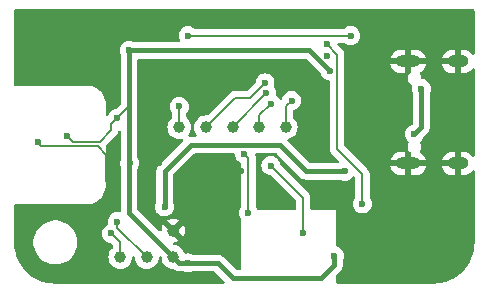
<source format=gbr>
%TF.GenerationSoftware,KiCad,Pcbnew,8.0.7*%
%TF.CreationDate,2025-10-25T23:35:46+02:00*%
%TF.ProjectId,VOCaware,564f4361-7761-4726-952e-6b696361645f,v1.0*%
%TF.SameCoordinates,Original*%
%TF.FileFunction,Copper,L2,Bot*%
%TF.FilePolarity,Positive*%
%FSLAX46Y46*%
G04 Gerber Fmt 4.6, Leading zero omitted, Abs format (unit mm)*
G04 Created by KiCad (PCBNEW 8.0.7) date 2025-10-25 23:35:46*
%MOMM*%
%LPD*%
G01*
G04 APERTURE LIST*
%TA.AperFunction,ComponentPad*%
%ADD10O,2.100000X1.000000*%
%TD*%
%TA.AperFunction,ComponentPad*%
%ADD11O,1.800000X1.000000*%
%TD*%
%TA.AperFunction,SMDPad,CuDef*%
%ADD12C,1.000000*%
%TD*%
%TA.AperFunction,ViaPad*%
%ADD13C,0.600000*%
%TD*%
%TA.AperFunction,Conductor*%
%ADD14C,0.150000*%
%TD*%
%TA.AperFunction,Conductor*%
%ADD15C,0.400000*%
%TD*%
%TA.AperFunction,Conductor*%
%ADD16C,0.200000*%
%TD*%
G04 APERTURE END LIST*
D10*
%TO.P,J1,S1,SHIELD*%
%TO.N,GND*%
X125125000Y-65550000D03*
D11*
X129305000Y-65550000D03*
D10*
X125125000Y-56910000D03*
D11*
X129305000Y-56910000D03*
%TD*%
D12*
%TO.P,IO10,1,Pin_1*%
%TO.N,IO10*%
X100730000Y-73480000D03*
%TD*%
%TO.P,RXD0,1,Pin_1*%
%TO.N,RXD0*%
X112480000Y-62480000D03*
%TD*%
%TO.P,IO45,1,Pin_1*%
%TO.N,I045_S*%
X110230000Y-62480000D03*
%TD*%
%TO.P,TXD0,1,Pin_1*%
%TO.N,TXD0*%
X114730000Y-62480000D03*
%TD*%
%TO.P,GND,1,Pin_1*%
%TO.N,GND*%
X105230000Y-71230000D03*
%TD*%
%TO.P,IO3,1,Pin_1*%
%TO.N,IO3_S*%
X105730000Y-62480000D03*
%TD*%
%TO.P,IO46,1,Pin_1*%
%TO.N,I046_S*%
X107980000Y-62480000D03*
%TD*%
%TO.P,IO11,1,Pin_1*%
%TO.N,IO11*%
X102980000Y-73480000D03*
%TD*%
%TO.P,+3V3,1,Pin_1*%
%TO.N,+3V3*%
X105230000Y-73480000D03*
%TD*%
D13*
%TO.N,GND*%
X111500000Y-57000000D03*
X105750000Y-58250000D03*
X98500000Y-57250000D03*
X108250000Y-57000000D03*
X129750000Y-67250000D03*
X99780000Y-67227018D03*
X109730000Y-66230000D03*
X98750000Y-74500000D03*
X110980000Y-66230000D03*
X105980000Y-70480000D03*
X121730000Y-64480000D03*
X103980000Y-62980000D03*
X123319240Y-60015696D03*
X103980000Y-65480000D03*
X119750000Y-72250000D03*
X108500000Y-75250000D03*
X92750000Y-58000000D03*
X129250000Y-61250000D03*
X110000000Y-57000000D03*
X108730000Y-69730000D03*
X93750000Y-63750000D03*
X129000000Y-54500000D03*
X118230000Y-56480000D03*
X92750000Y-53250000D03*
X100230000Y-53230000D03*
X106750000Y-60250000D03*
X98250000Y-70000000D03*
X121230000Y-74230000D03*
X102980000Y-68730000D03*
X115730000Y-56980000D03*
X123000000Y-67750000D03*
X119250000Y-67250000D03*
X100230000Y-60230000D03*
%TO.N,+3V3*%
X101480000Y-55980000D03*
X96250000Y-63250000D03*
X118855000Y-73355000D03*
X106480000Y-73980000D03*
X118480000Y-57730000D03*
X100480000Y-61730000D03*
X101529265Y-65529265D03*
%TO.N,EN*%
X118230000Y-55480000D03*
X121230000Y-68980000D03*
%TO.N,IO0*%
X106480000Y-54730000D03*
X120230000Y-54730000D03*
%TO.N,+5V*%
X119730000Y-66230000D03*
X104480000Y-69230000D03*
%TO.N,RXD0*%
X113480000Y-60480000D03*
%TO.N,IO9_SCL0*%
X116230000Y-71480000D03*
X113480000Y-65730000D03*
%TO.N,IO3_S*%
X105730000Y-60730000D03*
%TO.N,I046_S*%
X112980000Y-58730000D03*
%TO.N,IO11*%
X100480000Y-70480000D03*
%TO.N,IO10*%
X99980000Y-71480000D03*
%TO.N,I045_S*%
X113105000Y-59605000D03*
%TO.N,TXD0*%
X115230000Y-60230000D03*
%TO.N,IO8_SDA0*%
X111230000Y-64730000D03*
X111580000Y-69730000D03*
%TO.N,Net-(F1-Pad2)*%
X125625000Y-63080000D03*
X126230000Y-59230000D03*
%TD*%
D14*
%TO.N,GND*%
X99555000Y-67002018D02*
X99780000Y-67227018D01*
X98805000Y-64055000D02*
X99555000Y-64805000D01*
X93750000Y-63750000D02*
X94055000Y-64055000D01*
X99555000Y-64805000D02*
X99555000Y-67002018D01*
X94055000Y-64055000D02*
X98805000Y-64055000D01*
D15*
%TO.N,+3V3*%
X101480000Y-60730000D02*
X101480000Y-65480000D01*
D14*
X96250000Y-63250000D02*
X96705000Y-63705000D01*
D15*
X118855000Y-74145000D02*
X117750000Y-75250000D01*
X101529265Y-65529265D02*
X101480000Y-65578530D01*
D16*
X100480000Y-61730000D02*
X101480000Y-60730000D01*
D14*
X96705000Y-63705000D02*
X99005000Y-63705000D01*
D15*
X101480000Y-69730000D02*
X105730000Y-73980000D01*
X101480000Y-60730000D02*
X101480000Y-55980000D01*
X117750000Y-75250000D02*
X110250000Y-75250000D01*
X118480000Y-57730000D02*
X116730000Y-55980000D01*
X101480000Y-65578530D02*
X101480000Y-69730000D01*
X116730000Y-55980000D02*
X101480000Y-55980000D01*
X118855000Y-73355000D02*
X118855000Y-74145000D01*
D14*
X99980000Y-62730000D02*
X99980000Y-62230000D01*
X99005000Y-63705000D02*
X99980000Y-62730000D01*
D15*
X110250000Y-75250000D02*
X108980000Y-73980000D01*
X105730000Y-73980000D02*
X106480000Y-73980000D01*
D14*
X99980000Y-62230000D02*
X100480000Y-61730000D01*
D15*
X108980000Y-73980000D02*
X106480000Y-73980000D01*
X101480000Y-65480000D02*
X101529265Y-65529265D01*
D16*
%TO.N,EN*%
X121230000Y-66480000D02*
X119080000Y-64330000D01*
X121230000Y-68980000D02*
X121230000Y-66480000D01*
X119080000Y-64330000D02*
X119080000Y-56330000D01*
X119080000Y-56330000D02*
X118230000Y-55480000D01*
%TO.N,IO0*%
X106480000Y-54730000D02*
X120230000Y-54730000D01*
D15*
%TO.N,+5V*%
X114230000Y-63980000D02*
X106730000Y-63980000D01*
X116480000Y-66230000D02*
X114230000Y-63980000D01*
X104480000Y-66230000D02*
X104480000Y-69230000D01*
X106730000Y-63980000D02*
X104480000Y-66230000D01*
X119730000Y-66230000D02*
X116480000Y-66230000D01*
D16*
%TO.N,RXD0*%
X112480000Y-61480000D02*
X113480000Y-60480000D01*
X112480000Y-62480000D02*
X112480000Y-61480000D01*
%TO.N,IO9_SCL0*%
X116230000Y-68480000D02*
X116230000Y-71480000D01*
X113480000Y-65730000D02*
X116230000Y-68480000D01*
%TO.N,IO3_S*%
X105730000Y-60730000D02*
X105730000Y-62480000D01*
%TO.N,I046_S*%
X111730000Y-59980000D02*
X110480000Y-59980000D01*
X112980000Y-58730000D02*
X111730000Y-59980000D01*
X110480000Y-59980000D02*
X107980000Y-62480000D01*
%TO.N,IO11*%
X100480000Y-70480000D02*
X100480000Y-70980000D01*
X100480000Y-70980000D02*
X102980000Y-73480000D01*
%TO.N,IO10*%
X99980000Y-71480000D02*
X100730000Y-72230000D01*
X100730000Y-72230000D02*
X100730000Y-73480000D01*
%TO.N,I045_S*%
X113105000Y-59605000D02*
X110230000Y-62480000D01*
%TO.N,TXD0*%
X114730000Y-60730000D02*
X114730000Y-62480000D01*
X115230000Y-60230000D02*
X114730000Y-60730000D01*
%TO.N,IO8_SDA0*%
X111580000Y-65080000D02*
X111230000Y-64730000D01*
X111580000Y-69730000D02*
X111580000Y-65080000D01*
D15*
%TO.N,Net-(F1-Pad2)*%
X126230000Y-59230000D02*
X126230000Y-62475000D01*
X126230000Y-62475000D02*
X125625000Y-63080000D01*
%TD*%
%TA.AperFunction,Conductor*%
%TO.N,GND*%
G36*
X100704312Y-62797670D02*
G01*
X100758190Y-62842155D01*
X100779465Y-62908707D01*
X100779500Y-62911659D01*
X100779500Y-65227192D01*
X100772542Y-65268146D01*
X100743897Y-65350007D01*
X100743895Y-65350015D01*
X100723700Y-65529261D01*
X100723700Y-65529268D01*
X100743895Y-65708511D01*
X100743897Y-65708521D01*
X100772541Y-65790379D01*
X100779500Y-65831334D01*
X100779500Y-69569424D01*
X100759815Y-69636463D01*
X100707011Y-69682218D01*
X100641617Y-69692644D01*
X100480004Y-69674435D01*
X100479996Y-69674435D01*
X100300750Y-69694630D01*
X100300745Y-69694631D01*
X100130476Y-69754211D01*
X99977737Y-69850184D01*
X99850184Y-69977737D01*
X99754211Y-70130476D01*
X99694631Y-70300745D01*
X99694630Y-70300750D01*
X99674435Y-70479996D01*
X99674435Y-70480004D01*
X99691657Y-70632863D01*
X99679602Y-70701685D01*
X99634410Y-70751739D01*
X99477739Y-70850182D01*
X99350184Y-70977737D01*
X99254211Y-71130476D01*
X99194631Y-71300745D01*
X99194630Y-71300750D01*
X99174435Y-71479996D01*
X99174435Y-71480003D01*
X99194630Y-71659249D01*
X99194631Y-71659254D01*
X99254211Y-71829523D01*
X99350184Y-71982262D01*
X99477738Y-72109816D01*
X99630478Y-72205789D01*
X99800745Y-72265368D01*
X99887669Y-72275161D01*
X99952080Y-72302226D01*
X99961465Y-72310700D01*
X100093181Y-72442416D01*
X100126666Y-72503739D01*
X100129500Y-72530097D01*
X100129500Y-72619880D01*
X100109815Y-72686919D01*
X100084169Y-72715729D01*
X100019117Y-72769117D01*
X100019114Y-72769119D01*
X100019112Y-72769122D01*
X99894090Y-72921460D01*
X99894086Y-72921467D01*
X99801188Y-73095266D01*
X99743975Y-73283870D01*
X99724659Y-73480000D01*
X99743975Y-73676129D01*
X99801188Y-73864733D01*
X99894086Y-74038532D01*
X99894090Y-74038539D01*
X100019116Y-74190883D01*
X100171460Y-74315909D01*
X100171467Y-74315913D01*
X100345266Y-74408811D01*
X100345269Y-74408811D01*
X100345273Y-74408814D01*
X100533868Y-74466024D01*
X100730000Y-74485341D01*
X100926132Y-74466024D01*
X101114727Y-74408814D01*
X101288538Y-74315910D01*
X101440883Y-74190883D01*
X101565910Y-74038538D01*
X101643583Y-73893222D01*
X101658811Y-73864733D01*
X101658811Y-73864732D01*
X101658814Y-73864727D01*
X101716024Y-73676132D01*
X101731597Y-73518012D01*
X101757758Y-73453226D01*
X101814792Y-73412867D01*
X101884592Y-73409750D01*
X101944997Y-73444864D01*
X101976828Y-73507062D01*
X101978403Y-73518013D01*
X101993975Y-73676129D01*
X102051188Y-73864733D01*
X102144086Y-74038532D01*
X102144090Y-74038539D01*
X102269116Y-74190883D01*
X102421460Y-74315909D01*
X102421467Y-74315913D01*
X102595266Y-74408811D01*
X102595269Y-74408811D01*
X102595273Y-74408814D01*
X102783868Y-74466024D01*
X102980000Y-74485341D01*
X103176132Y-74466024D01*
X103364727Y-74408814D01*
X103538538Y-74315910D01*
X103690883Y-74190883D01*
X103815910Y-74038538D01*
X103893583Y-73893222D01*
X103908811Y-73864733D01*
X103908811Y-73864732D01*
X103908814Y-73864727D01*
X103966024Y-73676132D01*
X103981597Y-73518012D01*
X104007756Y-73453227D01*
X104064790Y-73412868D01*
X104134591Y-73409751D01*
X104194996Y-73444865D01*
X104226827Y-73507062D01*
X104228402Y-73518013D01*
X104243975Y-73676129D01*
X104301188Y-73864733D01*
X104394086Y-74038532D01*
X104394090Y-74038539D01*
X104519116Y-74190883D01*
X104671460Y-74315909D01*
X104671467Y-74315913D01*
X104845266Y-74408811D01*
X104845269Y-74408811D01*
X104845273Y-74408814D01*
X105033868Y-74466024D01*
X105202134Y-74482596D01*
X105266920Y-74508757D01*
X105277660Y-74518318D01*
X105283454Y-74524112D01*
X105398192Y-74600777D01*
X105518045Y-74650421D01*
X105525672Y-74653580D01*
X105525676Y-74653580D01*
X105525677Y-74653581D01*
X105661003Y-74680500D01*
X105661006Y-74680500D01*
X105661007Y-74680500D01*
X106054506Y-74680500D01*
X106120477Y-74699506D01*
X106130474Y-74705787D01*
X106130475Y-74705787D01*
X106130478Y-74705789D01*
X106300745Y-74765368D01*
X106300750Y-74765369D01*
X106479996Y-74785565D01*
X106480000Y-74785565D01*
X106480004Y-74785565D01*
X106659249Y-74765369D01*
X106659252Y-74765368D01*
X106659255Y-74765368D01*
X106829522Y-74705789D01*
X106831542Y-74704520D01*
X106839523Y-74699506D01*
X106905494Y-74680500D01*
X108638481Y-74680500D01*
X108705520Y-74700185D01*
X108726162Y-74716819D01*
X109527162Y-75517819D01*
X109560647Y-75579142D01*
X109555663Y-75648834D01*
X109513791Y-75704767D01*
X109448327Y-75729184D01*
X109439481Y-75729500D01*
X95233051Y-75729500D01*
X95226968Y-75729351D01*
X95206900Y-75728365D01*
X94893071Y-75712947D01*
X94880962Y-75711754D01*
X94553305Y-75663151D01*
X94541369Y-75660777D01*
X94220055Y-75580292D01*
X94208411Y-75576759D01*
X93896540Y-75465170D01*
X93885301Y-75460515D01*
X93585844Y-75318883D01*
X93575121Y-75313150D01*
X93291011Y-75142862D01*
X93280893Y-75136102D01*
X93014829Y-74938775D01*
X93005423Y-74931055D01*
X92844899Y-74785565D01*
X92759986Y-74708604D01*
X92751395Y-74700013D01*
X92528944Y-74454576D01*
X92521224Y-74445170D01*
X92506636Y-74425500D01*
X92323895Y-74179103D01*
X92317137Y-74168988D01*
X92146844Y-73884871D01*
X92141120Y-73874163D01*
X91999479Y-73574688D01*
X91994829Y-73563459D01*
X91984379Y-73534254D01*
X91914119Y-73337890D01*
X91883240Y-73251588D01*
X91879707Y-73239944D01*
X91870958Y-73205015D01*
X91799219Y-72918617D01*
X91796848Y-72906694D01*
X91788844Y-72852738D01*
X91757894Y-72644086D01*
X91748245Y-72579037D01*
X91747052Y-72566927D01*
X91742719Y-72478735D01*
X91730649Y-72233032D01*
X91730500Y-72226948D01*
X91730500Y-72108711D01*
X93379500Y-72108711D01*
X93379500Y-72351288D01*
X93411161Y-72591785D01*
X93473947Y-72826104D01*
X93566773Y-73050205D01*
X93566776Y-73050212D01*
X93688064Y-73260289D01*
X93688066Y-73260292D01*
X93688067Y-73260293D01*
X93835733Y-73452736D01*
X93835739Y-73452743D01*
X94007256Y-73624260D01*
X94007263Y-73624266D01*
X94111855Y-73704522D01*
X94199711Y-73771936D01*
X94409788Y-73893224D01*
X94633900Y-73986054D01*
X94868211Y-74048838D01*
X95048586Y-74072584D01*
X95108711Y-74080500D01*
X95108712Y-74080500D01*
X95351289Y-74080500D01*
X95399388Y-74074167D01*
X95591789Y-74048838D01*
X95826100Y-73986054D01*
X96050212Y-73893224D01*
X96260289Y-73771936D01*
X96452738Y-73624265D01*
X96624265Y-73452738D01*
X96771936Y-73260289D01*
X96893224Y-73050212D01*
X96986054Y-72826100D01*
X97048838Y-72591789D01*
X97080500Y-72351288D01*
X97080500Y-72108712D01*
X97048838Y-71868211D01*
X96986054Y-71633900D01*
X96893224Y-71409788D01*
X96771936Y-71199711D01*
X96711018Y-71120321D01*
X96624266Y-71007263D01*
X96624260Y-71007256D01*
X96452743Y-70835739D01*
X96452736Y-70835733D01*
X96260293Y-70688067D01*
X96260292Y-70688066D01*
X96260289Y-70688064D01*
X96050212Y-70566776D01*
X96050205Y-70566773D01*
X95826104Y-70473947D01*
X95591785Y-70411161D01*
X95351289Y-70379500D01*
X95351288Y-70379500D01*
X95108712Y-70379500D01*
X95108711Y-70379500D01*
X94868214Y-70411161D01*
X94633895Y-70473947D01*
X94409794Y-70566773D01*
X94409785Y-70566777D01*
X94199706Y-70688067D01*
X94007263Y-70835733D01*
X94007256Y-70835739D01*
X93835739Y-71007256D01*
X93835733Y-71007263D01*
X93688067Y-71199706D01*
X93688064Y-71199710D01*
X93688064Y-71199711D01*
X93671817Y-71227851D01*
X93566777Y-71409785D01*
X93566773Y-71409794D01*
X93473947Y-71633895D01*
X93411161Y-71868214D01*
X93379500Y-72108711D01*
X91730500Y-72108711D01*
X91730500Y-69104000D01*
X91750185Y-69036961D01*
X91802989Y-68991206D01*
X91854500Y-68980000D01*
X94126163Y-68980000D01*
X94136979Y-68980500D01*
X94137290Y-68980500D01*
X98087315Y-68980500D01*
X98087318Y-68980500D01*
X98087320Y-68980499D01*
X98089887Y-68980316D01*
X98098735Y-68980000D01*
X98234827Y-68980000D01*
X98285512Y-68952323D01*
X98294228Y-68950751D01*
X98298140Y-68950188D01*
X98299769Y-68949954D01*
X98505710Y-68889484D01*
X98505713Y-68889482D01*
X98505715Y-68889482D01*
X98700938Y-68800327D01*
X98700944Y-68800323D01*
X98700950Y-68800321D01*
X98881513Y-68684281D01*
X99043724Y-68543724D01*
X99184281Y-68381513D01*
X99300321Y-68200950D01*
X99300323Y-68200944D01*
X99300327Y-68200938D01*
X99389482Y-68005715D01*
X99389482Y-68005713D01*
X99389484Y-68005710D01*
X99449954Y-67799769D01*
X99480500Y-67587318D01*
X99480500Y-67480000D01*
X99480500Y-67414108D01*
X99480500Y-65414108D01*
X99480500Y-65387290D01*
X99480500Y-65386975D01*
X99480000Y-65376162D01*
X99480000Y-64095240D01*
X99499685Y-64028201D01*
X99516315Y-64007563D01*
X100323155Y-63200722D01*
X100323160Y-63200719D01*
X100333363Y-63190515D01*
X100333365Y-63190515D01*
X100440515Y-63083365D01*
X100516281Y-62952135D01*
X100535726Y-62879564D01*
X100572090Y-62819905D01*
X100634936Y-62789376D01*
X100704312Y-62797670D01*
G37*
%TD.AperFunction*%
%TA.AperFunction,Conductor*%
G36*
X130672539Y-52499685D02*
G01*
X130718294Y-52552489D01*
X130729500Y-52604000D01*
X130729500Y-56234545D01*
X130709815Y-56301584D01*
X130657011Y-56347339D01*
X130587853Y-56357283D01*
X130524297Y-56328258D01*
X130502399Y-56303437D01*
X130481753Y-56272539D01*
X130481748Y-56272533D01*
X130342466Y-56133251D01*
X130342462Y-56133248D01*
X130178684Y-56023814D01*
X130178671Y-56023807D01*
X129996693Y-55948430D01*
X129996681Y-55948427D01*
X129803495Y-55910000D01*
X129555000Y-55910000D01*
X129555000Y-56610000D01*
X129055000Y-56610000D01*
X129055000Y-55910000D01*
X128806504Y-55910000D01*
X128613318Y-55948427D01*
X128613306Y-55948430D01*
X128431328Y-56023807D01*
X128431315Y-56023814D01*
X128267537Y-56133248D01*
X128267533Y-56133251D01*
X128128251Y-56272533D01*
X128128248Y-56272537D01*
X128018814Y-56436315D01*
X128018807Y-56436328D01*
X127943430Y-56618307D01*
X127943430Y-56618309D01*
X127935138Y-56660000D01*
X128738012Y-56660000D01*
X128720795Y-56669940D01*
X128664940Y-56725795D01*
X128625444Y-56794204D01*
X128605000Y-56870504D01*
X128605000Y-56949496D01*
X128625444Y-57025796D01*
X128664940Y-57094205D01*
X128720795Y-57150060D01*
X128738012Y-57160000D01*
X127935138Y-57160000D01*
X127943430Y-57201690D01*
X127943430Y-57201692D01*
X128018807Y-57383671D01*
X128018814Y-57383684D01*
X128128248Y-57547462D01*
X128128251Y-57547466D01*
X128267533Y-57686748D01*
X128267537Y-57686751D01*
X128431315Y-57796185D01*
X128431328Y-57796192D01*
X128613306Y-57871569D01*
X128613318Y-57871572D01*
X128806504Y-57909999D01*
X128806508Y-57910000D01*
X129055000Y-57910000D01*
X129055000Y-57210000D01*
X129555000Y-57210000D01*
X129555000Y-57910000D01*
X129803492Y-57910000D01*
X129803495Y-57909999D01*
X129996681Y-57871572D01*
X129996693Y-57871569D01*
X130178671Y-57796192D01*
X130178684Y-57796185D01*
X130342462Y-57686751D01*
X130342466Y-57686748D01*
X130481751Y-57547463D01*
X130502398Y-57516563D01*
X130556010Y-57471758D01*
X130625335Y-57463051D01*
X130688362Y-57493205D01*
X130725082Y-57552648D01*
X130729500Y-57585454D01*
X130729500Y-64874545D01*
X130709815Y-64941584D01*
X130657011Y-64987339D01*
X130587853Y-64997283D01*
X130524297Y-64968258D01*
X130502399Y-64943437D01*
X130481753Y-64912539D01*
X130481748Y-64912533D01*
X130342466Y-64773251D01*
X130342462Y-64773248D01*
X130178684Y-64663814D01*
X130178671Y-64663807D01*
X129996693Y-64588430D01*
X129996681Y-64588427D01*
X129803495Y-64550000D01*
X129555000Y-64550000D01*
X129555000Y-65250000D01*
X129055000Y-65250000D01*
X129055000Y-64550000D01*
X128806504Y-64550000D01*
X128613318Y-64588427D01*
X128613306Y-64588430D01*
X128431328Y-64663807D01*
X128431315Y-64663814D01*
X128267537Y-64773248D01*
X128267533Y-64773251D01*
X128128251Y-64912533D01*
X128128248Y-64912537D01*
X128018814Y-65076315D01*
X128018807Y-65076328D01*
X127943430Y-65258307D01*
X127943430Y-65258309D01*
X127935138Y-65300000D01*
X128738012Y-65300000D01*
X128720795Y-65309940D01*
X128664940Y-65365795D01*
X128625444Y-65434204D01*
X128605000Y-65510504D01*
X128605000Y-65589496D01*
X128625444Y-65665796D01*
X128664940Y-65734205D01*
X128720795Y-65790060D01*
X128738012Y-65800000D01*
X127935138Y-65800000D01*
X127943430Y-65841690D01*
X127943430Y-65841692D01*
X128018807Y-66023671D01*
X128018814Y-66023684D01*
X128128248Y-66187462D01*
X128128251Y-66187466D01*
X128267533Y-66326748D01*
X128267537Y-66326751D01*
X128431315Y-66436185D01*
X128431328Y-66436192D01*
X128613306Y-66511569D01*
X128613318Y-66511572D01*
X128806504Y-66549999D01*
X128806508Y-66550000D01*
X129055000Y-66550000D01*
X129055000Y-65850000D01*
X129555000Y-65850000D01*
X129555000Y-66550000D01*
X129803492Y-66550000D01*
X129803495Y-66549999D01*
X129996681Y-66511572D01*
X129996693Y-66511569D01*
X130178671Y-66436192D01*
X130178684Y-66436185D01*
X130342462Y-66326751D01*
X130342466Y-66326748D01*
X130481751Y-66187463D01*
X130502398Y-66156563D01*
X130556010Y-66111758D01*
X130625335Y-66103051D01*
X130688362Y-66133205D01*
X130725082Y-66192648D01*
X130729500Y-66225454D01*
X130729500Y-72226948D01*
X130729351Y-72233033D01*
X130712947Y-72566928D01*
X130711754Y-72579037D01*
X130663151Y-72906694D01*
X130660777Y-72918630D01*
X130580292Y-73239944D01*
X130576759Y-73251588D01*
X130465170Y-73563459D01*
X130460514Y-73574702D01*
X130318885Y-73874151D01*
X130313148Y-73884883D01*
X130142862Y-74168988D01*
X130136102Y-74179106D01*
X129938775Y-74445170D01*
X129931055Y-74454576D01*
X129708611Y-74700006D01*
X129700006Y-74708611D01*
X129454576Y-74931055D01*
X129445170Y-74938775D01*
X129179106Y-75136102D01*
X129168988Y-75142862D01*
X128884883Y-75313148D01*
X128874151Y-75318885D01*
X128574702Y-75460514D01*
X128563459Y-75465170D01*
X128251588Y-75576759D01*
X128239944Y-75580292D01*
X127918630Y-75660777D01*
X127906694Y-75663151D01*
X127579037Y-75711754D01*
X127566928Y-75712947D01*
X127251989Y-75728419D01*
X127233031Y-75729351D01*
X127226949Y-75729500D01*
X119104000Y-75729500D01*
X119036961Y-75709815D01*
X118991206Y-75657011D01*
X118980000Y-75605500D01*
X118980000Y-75062019D01*
X118999685Y-74994980D01*
X119016319Y-74974338D01*
X119399112Y-74591545D01*
X119399114Y-74591543D01*
X119475775Y-74476811D01*
X119528580Y-74349328D01*
X119555500Y-74213994D01*
X119555500Y-74076006D01*
X119555500Y-73780493D01*
X119574508Y-73714519D01*
X119580787Y-73704525D01*
X119580786Y-73704525D01*
X119580789Y-73704522D01*
X119640368Y-73534255D01*
X119646481Y-73480000D01*
X119660565Y-73355003D01*
X119660565Y-73354996D01*
X119640369Y-73175750D01*
X119640368Y-73175745D01*
X119616672Y-73108026D01*
X119580789Y-73005478D01*
X119484816Y-72852738D01*
X119357262Y-72725184D01*
X119204522Y-72629211D01*
X119063045Y-72579706D01*
X119006269Y-72538984D01*
X118980522Y-72474031D01*
X118980000Y-72462664D01*
X118980000Y-69480000D01*
X116954500Y-69480000D01*
X116887461Y-69460315D01*
X116841706Y-69407511D01*
X116830500Y-69356000D01*
X116830500Y-68400943D01*
X116830499Y-68400939D01*
X116821487Y-68367305D01*
X116821487Y-68367304D01*
X116789577Y-68248215D01*
X116741318Y-68164629D01*
X116710520Y-68111284D01*
X116598716Y-67999480D01*
X116598715Y-67999479D01*
X116594385Y-67995149D01*
X116594374Y-67995139D01*
X114310700Y-65711465D01*
X114277215Y-65650142D01*
X114275163Y-65637686D01*
X114265368Y-65550745D01*
X114205789Y-65380478D01*
X114109816Y-65227738D01*
X113982262Y-65100184D01*
X113949379Y-65079522D01*
X113829523Y-65004211D01*
X113659254Y-64944631D01*
X113659249Y-64944630D01*
X113509160Y-64927720D01*
X113482633Y-64916573D01*
X113471892Y-64923477D01*
X113450840Y-64927720D01*
X113300750Y-64944630D01*
X113300745Y-64944631D01*
X113130476Y-65004211D01*
X112977737Y-65100184D01*
X112850184Y-65227737D01*
X112754211Y-65380476D01*
X112694631Y-65550745D01*
X112694630Y-65550750D01*
X112674435Y-65729996D01*
X112674435Y-65730003D01*
X112694630Y-65909249D01*
X112694631Y-65909254D01*
X112754211Y-66079523D01*
X112828715Y-66198095D01*
X112850184Y-66232262D01*
X112977738Y-66359816D01*
X113130478Y-66455789D01*
X113300745Y-66515368D01*
X113387669Y-66525161D01*
X113452080Y-66552226D01*
X113461465Y-66560700D01*
X115593181Y-68692416D01*
X115626666Y-68753739D01*
X115629500Y-68780097D01*
X115629500Y-69356000D01*
X115609815Y-69423039D01*
X115557011Y-69468794D01*
X115505500Y-69480000D01*
X112428596Y-69480000D01*
X112361557Y-69460315D01*
X112315802Y-69407511D01*
X112311554Y-69396954D01*
X112305788Y-69380476D01*
X112211237Y-69230000D01*
X112209816Y-69227738D01*
X112209814Y-69227736D01*
X112209813Y-69227734D01*
X112207550Y-69224896D01*
X112206659Y-69222715D01*
X112206111Y-69221842D01*
X112206264Y-69221745D01*
X112181144Y-69160209D01*
X112180500Y-69147587D01*
X112180500Y-65169060D01*
X112180501Y-65169047D01*
X112180501Y-65000944D01*
X112179520Y-64997283D01*
X112139577Y-64848216D01*
X112139575Y-64848214D01*
X112137473Y-64840366D01*
X112139809Y-64839739D01*
X112133658Y-64782472D01*
X112164939Y-64719996D01*
X112225031Y-64684349D01*
X112255686Y-64680500D01*
X113436957Y-64680500D01*
X113479898Y-64693109D01*
X113501649Y-64682360D01*
X113523043Y-64680500D01*
X113888481Y-64680500D01*
X113955520Y-64700185D01*
X113976162Y-64716819D01*
X116033453Y-66774111D01*
X116033457Y-66774114D01*
X116136098Y-66842696D01*
X116148189Y-66850775D01*
X116148191Y-66850776D01*
X116148193Y-66850777D01*
X116275667Y-66903578D01*
X116275672Y-66903580D01*
X116275676Y-66903580D01*
X116275677Y-66903581D01*
X116411004Y-66930500D01*
X116411007Y-66930500D01*
X119304506Y-66930500D01*
X119370477Y-66949506D01*
X119380474Y-66955787D01*
X119380475Y-66955787D01*
X119380478Y-66955789D01*
X119550745Y-67015368D01*
X119550750Y-67015369D01*
X119729996Y-67035565D01*
X119730000Y-67035565D01*
X119730004Y-67035565D01*
X119909249Y-67015369D01*
X119909252Y-67015368D01*
X119909255Y-67015368D01*
X120079522Y-66955789D01*
X120232262Y-66859816D01*
X120359816Y-66732262D01*
X120382515Y-66696135D01*
X120434847Y-66649844D01*
X120503900Y-66639194D01*
X120567749Y-66667568D01*
X120575190Y-66674425D01*
X120593181Y-66692416D01*
X120626666Y-66753739D01*
X120629500Y-66780097D01*
X120629500Y-68397587D01*
X120609815Y-68464626D01*
X120602450Y-68474896D01*
X120600186Y-68477734D01*
X120504211Y-68630476D01*
X120444631Y-68800745D01*
X120444630Y-68800750D01*
X120424435Y-68979996D01*
X120424435Y-68980000D01*
X120444630Y-69159249D01*
X120444631Y-69159254D01*
X120504211Y-69329523D01*
X120573530Y-69439843D01*
X120600184Y-69482262D01*
X120727738Y-69609816D01*
X120809206Y-69661006D01*
X120862721Y-69694632D01*
X120880478Y-69705789D01*
X120968837Y-69736707D01*
X121050745Y-69765368D01*
X121050750Y-69765369D01*
X121229996Y-69785565D01*
X121230000Y-69785565D01*
X121230004Y-69785565D01*
X121409249Y-69765369D01*
X121409252Y-69765368D01*
X121409255Y-69765368D01*
X121579522Y-69705789D01*
X121732262Y-69609816D01*
X121859816Y-69482262D01*
X121955789Y-69329522D01*
X122015368Y-69159255D01*
X122027594Y-69050750D01*
X122035565Y-68980000D01*
X122035565Y-68979996D01*
X122015369Y-68800750D01*
X122015368Y-68800745D01*
X121998920Y-68753739D01*
X121955789Y-68630478D01*
X121859816Y-68477738D01*
X121859814Y-68477736D01*
X121859813Y-68477734D01*
X121857550Y-68474896D01*
X121856659Y-68472715D01*
X121856111Y-68471842D01*
X121856264Y-68471745D01*
X121831144Y-68410209D01*
X121830500Y-68397587D01*
X121830500Y-66400945D01*
X121830500Y-66400943D01*
X121791409Y-66255054D01*
X121789577Y-66248215D01*
X121760639Y-66198095D01*
X121710520Y-66111284D01*
X121598716Y-65999480D01*
X121598715Y-65999479D01*
X121594385Y-65995149D01*
X121594374Y-65995139D01*
X119716819Y-64117584D01*
X119683334Y-64056261D01*
X119680500Y-64029903D01*
X119680500Y-56660000D01*
X123605138Y-56660000D01*
X124408012Y-56660000D01*
X124390795Y-56669940D01*
X124334940Y-56725795D01*
X124295444Y-56794204D01*
X124275000Y-56870504D01*
X124275000Y-56949496D01*
X124295444Y-57025796D01*
X124334940Y-57094205D01*
X124390795Y-57150060D01*
X124408012Y-57160000D01*
X123605138Y-57160000D01*
X123613430Y-57201690D01*
X123613430Y-57201692D01*
X123688807Y-57383671D01*
X123688814Y-57383684D01*
X123798248Y-57547462D01*
X123798251Y-57547466D01*
X123937533Y-57686748D01*
X123937537Y-57686751D01*
X124101315Y-57796185D01*
X124101328Y-57796192D01*
X124283306Y-57871569D01*
X124283318Y-57871572D01*
X124476504Y-57909999D01*
X124476508Y-57910000D01*
X124875000Y-57910000D01*
X124875000Y-57210000D01*
X125375000Y-57210000D01*
X125375000Y-57748215D01*
X125355315Y-57815254D01*
X125313002Y-57855601D01*
X125271638Y-57879483D01*
X125271632Y-57879487D01*
X125164487Y-57986632D01*
X125164485Y-57986635D01*
X125088719Y-58117863D01*
X125059279Y-58227737D01*
X125049500Y-58264234D01*
X125049500Y-58415766D01*
X125057234Y-58444630D01*
X125088719Y-58562136D01*
X125115061Y-58607760D01*
X125164485Y-58693365D01*
X125271635Y-58800515D01*
X125384962Y-58865945D01*
X125399425Y-58874295D01*
X125447641Y-58924862D01*
X125460863Y-58993469D01*
X125454467Y-59022635D01*
X125444633Y-59050739D01*
X125444630Y-59050750D01*
X125424435Y-59229996D01*
X125424435Y-59230003D01*
X125444630Y-59409249D01*
X125444631Y-59409254D01*
X125504212Y-59579525D01*
X125510492Y-59589519D01*
X125529500Y-59655493D01*
X125529500Y-62133479D01*
X125509815Y-62200518D01*
X125493181Y-62221160D01*
X125425708Y-62288633D01*
X125378982Y-62317993D01*
X125275478Y-62354210D01*
X125275475Y-62354212D01*
X125122737Y-62450184D01*
X124995184Y-62577737D01*
X124899211Y-62730476D01*
X124839631Y-62900745D01*
X124839630Y-62900750D01*
X124819435Y-63079996D01*
X124819435Y-63080003D01*
X124839630Y-63259249D01*
X124839631Y-63259254D01*
X124899211Y-63429523D01*
X124995184Y-63582262D01*
X125102721Y-63689799D01*
X125136206Y-63751122D01*
X125131222Y-63820814D01*
X125122427Y-63839480D01*
X125088720Y-63897861D01*
X125088720Y-63897862D01*
X125088719Y-63897864D01*
X125088719Y-63897865D01*
X125049500Y-64044234D01*
X125049500Y-64195766D01*
X125069109Y-64268950D01*
X125088719Y-64342136D01*
X125126602Y-64407750D01*
X125164485Y-64473365D01*
X125271635Y-64580515D01*
X125306728Y-64600776D01*
X125313000Y-64604397D01*
X125361216Y-64654964D01*
X125375000Y-64711784D01*
X125375000Y-65250000D01*
X124875000Y-65250000D01*
X124875000Y-64550000D01*
X124476504Y-64550000D01*
X124283318Y-64588427D01*
X124283306Y-64588430D01*
X124101328Y-64663807D01*
X124101315Y-64663814D01*
X123937537Y-64773248D01*
X123937533Y-64773251D01*
X123798251Y-64912533D01*
X123798248Y-64912537D01*
X123688814Y-65076315D01*
X123688807Y-65076328D01*
X123613430Y-65258307D01*
X123613430Y-65258309D01*
X123605138Y-65300000D01*
X124408012Y-65300000D01*
X124390795Y-65309940D01*
X124334940Y-65365795D01*
X124295444Y-65434204D01*
X124275000Y-65510504D01*
X124275000Y-65589496D01*
X124295444Y-65665796D01*
X124334940Y-65734205D01*
X124390795Y-65790060D01*
X124408012Y-65800000D01*
X123605138Y-65800000D01*
X123613430Y-65841690D01*
X123613430Y-65841692D01*
X123688807Y-66023671D01*
X123688814Y-66023684D01*
X123798248Y-66187462D01*
X123798251Y-66187466D01*
X123937533Y-66326748D01*
X123937537Y-66326751D01*
X124101315Y-66436185D01*
X124101328Y-66436192D01*
X124283306Y-66511569D01*
X124283318Y-66511572D01*
X124476504Y-66549999D01*
X124476508Y-66550000D01*
X124875000Y-66550000D01*
X124875000Y-65850000D01*
X125375000Y-65850000D01*
X125375000Y-66550000D01*
X125773492Y-66550000D01*
X125773495Y-66549999D01*
X125966681Y-66511572D01*
X125966693Y-66511569D01*
X126148671Y-66436192D01*
X126148684Y-66436185D01*
X126312462Y-66326751D01*
X126312466Y-66326748D01*
X126451748Y-66187466D01*
X126451751Y-66187462D01*
X126561185Y-66023684D01*
X126561192Y-66023671D01*
X126636569Y-65841692D01*
X126636569Y-65841690D01*
X126644862Y-65800000D01*
X125841988Y-65800000D01*
X125859205Y-65790060D01*
X125915060Y-65734205D01*
X125954556Y-65665796D01*
X125975000Y-65589496D01*
X125975000Y-65510504D01*
X125954556Y-65434204D01*
X125915060Y-65365795D01*
X125859205Y-65309940D01*
X125841988Y-65300000D01*
X126644862Y-65300000D01*
X126636569Y-65258309D01*
X126636569Y-65258307D01*
X126561192Y-65076328D01*
X126561185Y-65076315D01*
X126451751Y-64912537D01*
X126451748Y-64912533D01*
X126312466Y-64773251D01*
X126312462Y-64773248D01*
X126148684Y-64663814D01*
X126148674Y-64663809D01*
X126139157Y-64659867D01*
X126084754Y-64616026D01*
X126062689Y-64549731D01*
X126079969Y-64482032D01*
X126083648Y-64476597D01*
X126085512Y-64473367D01*
X126085515Y-64473365D01*
X126161281Y-64342135D01*
X126200500Y-64195766D01*
X126200500Y-64044234D01*
X126161281Y-63897865D01*
X126161279Y-63897861D01*
X126127573Y-63839480D01*
X126111100Y-63771580D01*
X126133953Y-63705553D01*
X126147279Y-63689799D01*
X126200711Y-63636367D01*
X126254816Y-63582262D01*
X126350789Y-63429522D01*
X126387007Y-63326013D01*
X126416363Y-63279292D01*
X126774114Y-62921543D01*
X126850775Y-62806811D01*
X126903580Y-62679329D01*
X126908121Y-62656496D01*
X126912704Y-62633460D01*
X126912704Y-62633457D01*
X126930500Y-62543993D01*
X126930500Y-59655493D01*
X126949508Y-59589519D01*
X126955787Y-59579525D01*
X126955786Y-59579525D01*
X126955789Y-59579522D01*
X127015368Y-59409255D01*
X127030414Y-59275719D01*
X127035565Y-59230003D01*
X127035565Y-59229996D01*
X127015369Y-59050750D01*
X127015368Y-59050745D01*
X127005532Y-59022635D01*
X126955789Y-58880478D01*
X126940408Y-58856000D01*
X126861237Y-58730000D01*
X126859816Y-58727738D01*
X126732262Y-58600184D01*
X126671709Y-58562136D01*
X126579523Y-58504211D01*
X126409254Y-58444631D01*
X126409250Y-58444630D01*
X126310616Y-58433517D01*
X126246202Y-58406450D01*
X126206647Y-58348855D01*
X126200500Y-58310297D01*
X126200500Y-58264236D01*
X126200500Y-58264234D01*
X126161281Y-58117865D01*
X126085515Y-57986635D01*
X126085513Y-57986633D01*
X126081451Y-57979597D01*
X126083654Y-57978325D01*
X126063041Y-57925022D01*
X126077073Y-57856576D01*
X126125882Y-57806582D01*
X126139163Y-57800129D01*
X126148682Y-57796186D01*
X126148684Y-57796185D01*
X126312462Y-57686751D01*
X126312466Y-57686748D01*
X126451748Y-57547466D01*
X126451751Y-57547462D01*
X126561185Y-57383684D01*
X126561192Y-57383671D01*
X126636569Y-57201692D01*
X126636569Y-57201690D01*
X126644862Y-57160000D01*
X125841988Y-57160000D01*
X125859205Y-57150060D01*
X125915060Y-57094205D01*
X125954556Y-57025796D01*
X125975000Y-56949496D01*
X125975000Y-56870504D01*
X125954556Y-56794204D01*
X125915060Y-56725795D01*
X125859205Y-56669940D01*
X125841988Y-56660000D01*
X126644862Y-56660000D01*
X126636569Y-56618309D01*
X126636569Y-56618307D01*
X126561192Y-56436328D01*
X126561185Y-56436315D01*
X126451751Y-56272537D01*
X126451748Y-56272533D01*
X126312466Y-56133251D01*
X126312462Y-56133248D01*
X126148684Y-56023814D01*
X126148671Y-56023807D01*
X125966693Y-55948430D01*
X125966681Y-55948427D01*
X125773495Y-55910000D01*
X125375000Y-55910000D01*
X125375000Y-56610000D01*
X124875000Y-56610000D01*
X124875000Y-55910000D01*
X124476504Y-55910000D01*
X124283318Y-55948427D01*
X124283306Y-55948430D01*
X124101328Y-56023807D01*
X124101315Y-56023814D01*
X123937537Y-56133248D01*
X123937533Y-56133251D01*
X123798251Y-56272533D01*
X123798248Y-56272537D01*
X123688814Y-56436315D01*
X123688807Y-56436328D01*
X123613430Y-56618307D01*
X123613430Y-56618309D01*
X123605138Y-56660000D01*
X119680500Y-56660000D01*
X119680500Y-56419060D01*
X119680501Y-56419047D01*
X119680501Y-56250944D01*
X119676107Y-56234545D01*
X119639577Y-56098216D01*
X119639573Y-56098209D01*
X119560524Y-55961290D01*
X119560518Y-55961282D01*
X119399981Y-55800745D01*
X119141415Y-55542180D01*
X119107931Y-55480858D01*
X119112915Y-55411167D01*
X119154786Y-55355233D01*
X119220251Y-55330816D01*
X119229097Y-55330500D01*
X119647588Y-55330500D01*
X119714627Y-55350185D01*
X119724903Y-55357555D01*
X119727736Y-55359814D01*
X119727738Y-55359816D01*
X119880478Y-55455789D01*
X120050745Y-55515368D01*
X120050750Y-55515369D01*
X120229996Y-55535565D01*
X120230000Y-55535565D01*
X120230004Y-55535565D01*
X120409249Y-55515369D01*
X120409252Y-55515368D01*
X120409255Y-55515368D01*
X120579522Y-55455789D01*
X120732262Y-55359816D01*
X120859816Y-55232262D01*
X120955789Y-55079522D01*
X121015368Y-54909255D01*
X121035565Y-54730000D01*
X121015368Y-54550745D01*
X120955789Y-54380478D01*
X120859816Y-54227738D01*
X120732262Y-54100184D01*
X120579523Y-54004211D01*
X120409254Y-53944631D01*
X120409249Y-53944630D01*
X120230004Y-53924435D01*
X120229996Y-53924435D01*
X120050750Y-53944630D01*
X120050745Y-53944631D01*
X119880476Y-54004211D01*
X119727736Y-54100185D01*
X119724903Y-54102445D01*
X119722724Y-54103334D01*
X119721842Y-54103889D01*
X119721744Y-54103734D01*
X119660217Y-54128855D01*
X119647588Y-54129500D01*
X107062412Y-54129500D01*
X106995373Y-54109815D01*
X106985097Y-54102445D01*
X106982263Y-54100185D01*
X106982262Y-54100184D01*
X106925496Y-54064515D01*
X106829523Y-54004211D01*
X106659254Y-53944631D01*
X106659249Y-53944630D01*
X106480004Y-53924435D01*
X106479996Y-53924435D01*
X106300750Y-53944630D01*
X106300745Y-53944631D01*
X106130476Y-54004211D01*
X105977737Y-54100184D01*
X105850184Y-54227737D01*
X105754211Y-54380476D01*
X105694631Y-54550745D01*
X105694630Y-54550750D01*
X105674435Y-54729996D01*
X105674435Y-54730003D01*
X105694630Y-54909249D01*
X105694631Y-54909254D01*
X105754211Y-55079524D01*
X105760497Y-55089527D01*
X105779498Y-55156764D01*
X105759131Y-55223599D01*
X105705863Y-55268814D01*
X105655504Y-55279500D01*
X101905494Y-55279500D01*
X101839523Y-55260494D01*
X101829525Y-55254212D01*
X101659254Y-55194631D01*
X101659249Y-55194630D01*
X101480004Y-55174435D01*
X101479996Y-55174435D01*
X101300750Y-55194630D01*
X101300745Y-55194631D01*
X101130476Y-55254211D01*
X100977737Y-55350184D01*
X100850184Y-55477737D01*
X100754211Y-55630476D01*
X100694631Y-55800745D01*
X100694630Y-55800750D01*
X100674435Y-55979996D01*
X100674435Y-55980003D01*
X100694630Y-56159249D01*
X100694631Y-56159254D01*
X100754212Y-56329525D01*
X100760492Y-56339519D01*
X100779500Y-56405493D01*
X100779500Y-60529902D01*
X100759815Y-60596941D01*
X100743181Y-60617583D01*
X100461465Y-60899298D01*
X100400142Y-60932783D01*
X100387668Y-60934837D01*
X100300750Y-60944630D01*
X100130478Y-61004210D01*
X99977737Y-61100184D01*
X99850184Y-61227737D01*
X99754210Y-61380478D01*
X99721542Y-61473841D01*
X99680820Y-61530617D01*
X99615868Y-61556365D01*
X99547306Y-61542909D01*
X99496903Y-61494522D01*
X99480500Y-61432887D01*
X99480500Y-60372683D01*
X99480500Y-60372682D01*
X99449954Y-60160231D01*
X99389484Y-59954290D01*
X99389483Y-59954288D01*
X99389482Y-59954284D01*
X99300327Y-59759061D01*
X99300320Y-59759048D01*
X99205358Y-59611284D01*
X99184281Y-59578487D01*
X99151172Y-59540277D01*
X99043724Y-59416275D01*
X98881514Y-59275720D01*
X98881513Y-59275719D01*
X98810366Y-59229996D01*
X98700951Y-59159679D01*
X98700938Y-59159672D01*
X98505715Y-59070517D01*
X98299777Y-59010048D01*
X98299769Y-59010046D01*
X98294219Y-59009248D01*
X98230665Y-58980219D01*
X98230430Y-58980000D01*
X98230000Y-58980000D01*
X98098735Y-58980000D01*
X98089887Y-58979684D01*
X98087320Y-58979500D01*
X98087318Y-58979500D01*
X98045892Y-58979500D01*
X94295892Y-58979500D01*
X94230000Y-58979500D01*
X94137290Y-58979500D01*
X94136979Y-58979500D01*
X94126163Y-58980000D01*
X91854500Y-58980000D01*
X91787461Y-58960315D01*
X91741706Y-58907511D01*
X91730500Y-58856000D01*
X91730500Y-52604000D01*
X91750185Y-52536961D01*
X91802989Y-52491206D01*
X91854500Y-52480000D01*
X130605500Y-52480000D01*
X130672539Y-52499685D01*
G37*
%TD.AperFunction*%
%TA.AperFunction,Conductor*%
G36*
X116455520Y-56700185D02*
G01*
X116476162Y-56716819D01*
X117688630Y-57929287D01*
X117717990Y-57976013D01*
X117754209Y-58079519D01*
X117847341Y-58227737D01*
X117850184Y-58232262D01*
X117977738Y-58359816D01*
X118051956Y-58406450D01*
X118112721Y-58444632D01*
X118130478Y-58455789D01*
X118300745Y-58515368D01*
X118369384Y-58523101D01*
X118433796Y-58550166D01*
X118473352Y-58607760D01*
X118479500Y-58646321D01*
X118479500Y-64243330D01*
X118479499Y-64243348D01*
X118479499Y-64409054D01*
X118479498Y-64409054D01*
X118520424Y-64561789D01*
X118520425Y-64561790D01*
X118542933Y-64600774D01*
X118542934Y-64600776D01*
X118599475Y-64698709D01*
X118599481Y-64698717D01*
X118718349Y-64817585D01*
X118718355Y-64817590D01*
X119218584Y-65317819D01*
X119252069Y-65379142D01*
X119247085Y-65448834D01*
X119205213Y-65504767D01*
X119139749Y-65529184D01*
X119130903Y-65529500D01*
X116821519Y-65529500D01*
X116754480Y-65509815D01*
X116733838Y-65493181D01*
X114904044Y-63663387D01*
X114870559Y-63602064D01*
X114875543Y-63532372D01*
X114917415Y-63476439D01*
X114955727Y-63457046D01*
X115114727Y-63408814D01*
X115288538Y-63315910D01*
X115440883Y-63190883D01*
X115565910Y-63038538D01*
X115639562Y-62900745D01*
X115658811Y-62864733D01*
X115658811Y-62864732D01*
X115658814Y-62864727D01*
X115716024Y-62676132D01*
X115735341Y-62480000D01*
X115716024Y-62283868D01*
X115658814Y-62095273D01*
X115658811Y-62095269D01*
X115658811Y-62095266D01*
X115565913Y-61921467D01*
X115565909Y-61921460D01*
X115458246Y-61790274D01*
X115440883Y-61769117D01*
X115375832Y-61715730D01*
X115336500Y-61657987D01*
X115330500Y-61619880D01*
X115330500Y-61130908D01*
X115350185Y-61063869D01*
X115402989Y-61018114D01*
X115413536Y-61013869D01*
X115579522Y-60955789D01*
X115732262Y-60859816D01*
X115859816Y-60732262D01*
X115955789Y-60579522D01*
X116015368Y-60409255D01*
X116015369Y-60409249D01*
X116035565Y-60230003D01*
X116035565Y-60229996D01*
X116015369Y-60050750D01*
X116015368Y-60050745D01*
X115955788Y-59880476D01*
X115893293Y-59781017D01*
X115859816Y-59727738D01*
X115732262Y-59600184D01*
X115715289Y-59589519D01*
X115579523Y-59504211D01*
X115409254Y-59444631D01*
X115409249Y-59444630D01*
X115230004Y-59424435D01*
X115229996Y-59424435D01*
X115050750Y-59444630D01*
X115050745Y-59444631D01*
X114880476Y-59504211D01*
X114727737Y-59600184D01*
X114600184Y-59727737D01*
X114504210Y-59880478D01*
X114444630Y-60050750D01*
X114440256Y-60089577D01*
X114413190Y-60153991D01*
X114355595Y-60193546D01*
X114285758Y-60195683D01*
X114225851Y-60159725D01*
X114209841Y-60136155D01*
X114209494Y-60136374D01*
X114155770Y-60050874D01*
X114109816Y-59977738D01*
X113982262Y-59850184D01*
X113955476Y-59833353D01*
X113909186Y-59781017D01*
X113898230Y-59714476D01*
X113910565Y-59605002D01*
X113910565Y-59604996D01*
X113890369Y-59425750D01*
X113890368Y-59425745D01*
X113830788Y-59255475D01*
X113742724Y-59115324D01*
X113723723Y-59048087D01*
X113730674Y-59008401D01*
X113765368Y-58909255D01*
X113785565Y-58730000D01*
X113785310Y-58727738D01*
X113765369Y-58550750D01*
X113765368Y-58550745D01*
X113705788Y-58380476D01*
X113632748Y-58264234D01*
X113609816Y-58227738D01*
X113482262Y-58100184D01*
X113449374Y-58079519D01*
X113329523Y-58004211D01*
X113159254Y-57944631D01*
X113159249Y-57944630D01*
X112980004Y-57924435D01*
X112979996Y-57924435D01*
X112800750Y-57944630D01*
X112800745Y-57944631D01*
X112630476Y-58004211D01*
X112477737Y-58100184D01*
X112350184Y-58227737D01*
X112254210Y-58380478D01*
X112194630Y-58550750D01*
X112184837Y-58637668D01*
X112157770Y-58702082D01*
X112149298Y-58711465D01*
X111517584Y-59343181D01*
X111456261Y-59376666D01*
X111429903Y-59379500D01*
X110566669Y-59379500D01*
X110566653Y-59379499D01*
X110559057Y-59379499D01*
X110400943Y-59379499D01*
X110293587Y-59408265D01*
X110248210Y-59420424D01*
X110248209Y-59420425D01*
X110206285Y-59444631D01*
X110206283Y-59444632D01*
X110111290Y-59499475D01*
X110111282Y-59499481D01*
X109999478Y-59611286D01*
X108163579Y-61447184D01*
X108102256Y-61480669D01*
X108063746Y-61482906D01*
X107980001Y-61474659D01*
X107980000Y-61474659D01*
X107783870Y-61493975D01*
X107595266Y-61551188D01*
X107421467Y-61644086D01*
X107421460Y-61644090D01*
X107269116Y-61769116D01*
X107144090Y-61921460D01*
X107144086Y-61921467D01*
X107051188Y-62095266D01*
X106993975Y-62283870D01*
X106978403Y-62441986D01*
X106963020Y-62480081D01*
X106976828Y-62507062D01*
X106978403Y-62518013D01*
X106993975Y-62676129D01*
X107051188Y-62864733D01*
X107144086Y-63038532D01*
X107144091Y-63038539D01*
X107175519Y-63076835D01*
X107202832Y-63141145D01*
X107191041Y-63210013D01*
X107143889Y-63261573D01*
X107079666Y-63279500D01*
X106661007Y-63279500D01*
X106650922Y-63281506D01*
X106581331Y-63275277D01*
X106526154Y-63232414D01*
X106502910Y-63166524D01*
X106518978Y-63098527D01*
X106530874Y-63081229D01*
X106565910Y-63038538D01*
X106639562Y-62900745D01*
X106658811Y-62864733D01*
X106658811Y-62864732D01*
X106658814Y-62864727D01*
X106716024Y-62676132D01*
X106731597Y-62518012D01*
X106746979Y-62479917D01*
X106733172Y-62452937D01*
X106731597Y-62441986D01*
X106722952Y-62354210D01*
X106716024Y-62283868D01*
X106658814Y-62095273D01*
X106658811Y-62095269D01*
X106658811Y-62095266D01*
X106565913Y-61921467D01*
X106565909Y-61921460D01*
X106458246Y-61790274D01*
X106440883Y-61769117D01*
X106375832Y-61715730D01*
X106336500Y-61657987D01*
X106330500Y-61619880D01*
X106330500Y-61312412D01*
X106350185Y-61245373D01*
X106357555Y-61235097D01*
X106359810Y-61232267D01*
X106359816Y-61232262D01*
X106455789Y-61079522D01*
X106515368Y-60909255D01*
X106516490Y-60899298D01*
X106535565Y-60730003D01*
X106535565Y-60729996D01*
X106515369Y-60550750D01*
X106515368Y-60550745D01*
X106490613Y-60480000D01*
X106455789Y-60380478D01*
X106450890Y-60372682D01*
X106361237Y-60230000D01*
X106359816Y-60227738D01*
X106232262Y-60100184D01*
X106153786Y-60050874D01*
X106079523Y-60004211D01*
X105909254Y-59944631D01*
X105909249Y-59944630D01*
X105730004Y-59924435D01*
X105729996Y-59924435D01*
X105550750Y-59944630D01*
X105550745Y-59944631D01*
X105380476Y-60004211D01*
X105227737Y-60100184D01*
X105100184Y-60227737D01*
X105004211Y-60380476D01*
X104944631Y-60550745D01*
X104944630Y-60550750D01*
X104924435Y-60729996D01*
X104924435Y-60730003D01*
X104944630Y-60909249D01*
X104944631Y-60909254D01*
X105004211Y-61079523D01*
X105064515Y-61175496D01*
X105097341Y-61227738D01*
X105100185Y-61232263D01*
X105102445Y-61235097D01*
X105103334Y-61237275D01*
X105103889Y-61238158D01*
X105103734Y-61238255D01*
X105128855Y-61299783D01*
X105129500Y-61312412D01*
X105129500Y-61619880D01*
X105109815Y-61686919D01*
X105084169Y-61715729D01*
X105019117Y-61769117D01*
X105019114Y-61769119D01*
X105019112Y-61769122D01*
X104894090Y-61921460D01*
X104894086Y-61921467D01*
X104801188Y-62095266D01*
X104743975Y-62283870D01*
X104724659Y-62480000D01*
X104743975Y-62676129D01*
X104801188Y-62864733D01*
X104894086Y-63038532D01*
X104894090Y-63038539D01*
X105019116Y-63190883D01*
X105171460Y-63315909D01*
X105171467Y-63315913D01*
X105345266Y-63408811D01*
X105345269Y-63408811D01*
X105345273Y-63408814D01*
X105533868Y-63466024D01*
X105730000Y-63485341D01*
X105926132Y-63466024D01*
X105926134Y-63466023D01*
X105926136Y-63466023D01*
X105932107Y-63464836D01*
X105932572Y-63467173D01*
X105991878Y-63466617D01*
X106051008Y-63503838D01*
X106080629Y-63567118D01*
X106071335Y-63636367D01*
X106045743Y-63673598D01*
X103935887Y-65783454D01*
X103859222Y-65898192D01*
X103806421Y-66025667D01*
X103806418Y-66025679D01*
X103783289Y-66141958D01*
X103779500Y-66161006D01*
X103779500Y-68804507D01*
X103760494Y-68870478D01*
X103754209Y-68880479D01*
X103694633Y-69050737D01*
X103694630Y-69050750D01*
X103674435Y-69229996D01*
X103674435Y-69230003D01*
X103694630Y-69409249D01*
X103694631Y-69409254D01*
X103754211Y-69579523D01*
X103789989Y-69636463D01*
X103850184Y-69732262D01*
X103977738Y-69859816D01*
X104130478Y-69955789D01*
X104193202Y-69977737D01*
X104300745Y-70015368D01*
X104300750Y-70015369D01*
X104479996Y-70035565D01*
X104480000Y-70035565D01*
X104480004Y-70035565D01*
X104659249Y-70015369D01*
X104659252Y-70015368D01*
X104659255Y-70015368D01*
X104829522Y-69955789D01*
X104982262Y-69859816D01*
X105109816Y-69732262D01*
X105205789Y-69579522D01*
X105265368Y-69409255D01*
X105265369Y-69409249D01*
X105285565Y-69230003D01*
X105285565Y-69229996D01*
X105265369Y-69050750D01*
X105265366Y-69050737D01*
X105205790Y-68880479D01*
X105199506Y-68870478D01*
X105180500Y-68804507D01*
X105180500Y-66571519D01*
X105200185Y-66504480D01*
X105216819Y-66483838D01*
X106983838Y-64716819D01*
X107045161Y-64683334D01*
X107071519Y-64680500D01*
X110308044Y-64680500D01*
X110375083Y-64700185D01*
X110420838Y-64752989D01*
X110431264Y-64790616D01*
X110444630Y-64909250D01*
X110444631Y-64909254D01*
X110504211Y-65079523D01*
X110567183Y-65179741D01*
X110600184Y-65232262D01*
X110727738Y-65359816D01*
X110880478Y-65455789D01*
X110896454Y-65461379D01*
X110953230Y-65502100D01*
X110978978Y-65567053D01*
X110979500Y-65578421D01*
X110979500Y-69147587D01*
X110959815Y-69214626D01*
X110952450Y-69224896D01*
X110950186Y-69227734D01*
X110854211Y-69380476D01*
X110794631Y-69550745D01*
X110794630Y-69550750D01*
X110774435Y-69729996D01*
X110774435Y-69730003D01*
X110794630Y-69909249D01*
X110794631Y-69909254D01*
X110854211Y-70079523D01*
X110950185Y-70232263D01*
X110952945Y-70235724D01*
X110979355Y-70300410D01*
X110980000Y-70313039D01*
X110980000Y-74425500D01*
X110960315Y-74492539D01*
X110907511Y-74538294D01*
X110856000Y-74549500D01*
X110591519Y-74549500D01*
X110524480Y-74529815D01*
X110503838Y-74513181D01*
X109426546Y-73435888D01*
X109426545Y-73435887D01*
X109311807Y-73359222D01*
X109184332Y-73306421D01*
X109184322Y-73306418D01*
X109048996Y-73279500D01*
X109048994Y-73279500D01*
X109048993Y-73279500D01*
X106905494Y-73279500D01*
X106839523Y-73260494D01*
X106829525Y-73254212D01*
X106659254Y-73194631D01*
X106659249Y-73194630D01*
X106480004Y-73174435D01*
X106479996Y-73174435D01*
X106295226Y-73195253D01*
X106226404Y-73183198D01*
X106175025Y-73135849D01*
X106162683Y-73108029D01*
X106158814Y-73095273D01*
X106158810Y-73095265D01*
X106065913Y-72921467D01*
X106065909Y-72921460D01*
X105940883Y-72769116D01*
X105788539Y-72644090D01*
X105788532Y-72644086D01*
X105614733Y-72551188D01*
X105614727Y-72551186D01*
X105426132Y-72493976D01*
X105426129Y-72493975D01*
X105265464Y-72478151D01*
X105200677Y-72451990D01*
X105160319Y-72394955D01*
X105157202Y-72325155D01*
X105192317Y-72264750D01*
X105254515Y-72232919D01*
X105265465Y-72231345D01*
X105426032Y-72215531D01*
X105614537Y-72158348D01*
X105738523Y-72092076D01*
X105053223Y-71406777D01*
X104876445Y-71229999D01*
X105583553Y-71229999D01*
X105583553Y-71230000D01*
X106092075Y-71738523D01*
X106092076Y-71738523D01*
X106158348Y-71614537D01*
X106215531Y-71426032D01*
X106234838Y-71230000D01*
X106215531Y-71033967D01*
X106158348Y-70845462D01*
X106092075Y-70721476D01*
X105583553Y-71229999D01*
X104876445Y-71229999D01*
X104367923Y-70721476D01*
X104301649Y-70845466D01*
X104244468Y-71033967D01*
X104228039Y-71200772D01*
X104201878Y-71265559D01*
X104144843Y-71305917D01*
X104075043Y-71309034D01*
X104016955Y-71276298D01*
X103108580Y-70367923D01*
X104721476Y-70367923D01*
X105230000Y-70876446D01*
X105230001Y-70876446D01*
X105738523Y-70367923D01*
X105738523Y-70367922D01*
X105614539Y-70301651D01*
X105426030Y-70244468D01*
X105426034Y-70244468D01*
X105230000Y-70225161D01*
X105033967Y-70244468D01*
X104845466Y-70301649D01*
X104721476Y-70367923D01*
X103108580Y-70367923D01*
X102216819Y-69476162D01*
X102183334Y-69414839D01*
X102180500Y-69388481D01*
X102180500Y-66033162D01*
X102199507Y-65967189D01*
X102255053Y-65878789D01*
X102268034Y-65841692D01*
X102314633Y-65708520D01*
X102321211Y-65650142D01*
X102334830Y-65529268D01*
X102334830Y-65529261D01*
X102314634Y-65350015D01*
X102314633Y-65350010D01*
X102286792Y-65270444D01*
X102255054Y-65179743D01*
X102255053Y-65179741D01*
X102199506Y-65091338D01*
X102180500Y-65025366D01*
X102180500Y-56804500D01*
X102200185Y-56737461D01*
X102252989Y-56691706D01*
X102304500Y-56680500D01*
X116388481Y-56680500D01*
X116455520Y-56700185D01*
G37*
%TD.AperFunction*%
%TD*%
M02*

</source>
